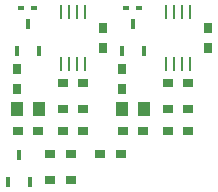
<source format=gtp>
G04 DipTrace 2.4.0.1*
%INfanexpansion.frontpaste.gtp*%
%MOIN*%
%ADD39R,0.0079X0.0472*%
%ADD41R,0.0433X0.0512*%
%ADD47R,0.0177X0.0335*%
%ADD55R,0.0236X0.0157*%
%ADD57R,0.0315X0.0354*%
%ADD59R,0.0354X0.0315*%
%FSLAX44Y44*%
G04*
G70*
G90*
G75*
G01*
%LNTopPaste*%
%LPD*%
D59*
X7352Y8812D3*
X8022D3*
Y7937D3*
X7352D3*
X7606Y5562D3*
X6937D3*
D57*
X8687Y10647D3*
Y9977D3*
D59*
X6522Y7187D3*
X5852D3*
X10852Y8812D3*
X11522D3*
Y7937D3*
X10852D3*
D57*
X12187Y10647D3*
Y9977D3*
D55*
X5970Y11312D3*
X6404D3*
X9470D3*
X9904D3*
D47*
X5813Y9859D3*
X6561D3*
X6187Y10765D3*
X9313Y9859D3*
X10061D3*
X9687Y10765D3*
X5516Y5485D3*
X6264D3*
X5890Y6391D3*
D59*
X8602Y6437D3*
X9272D3*
X6937D3*
X7606D3*
D41*
X5813Y7937D3*
X6561D3*
D57*
X5812Y8602D3*
Y9272D3*
D59*
X7352Y7187D3*
X8022D3*
X9352D3*
X10022D3*
X10852D3*
X11522D3*
D41*
X9313Y7937D3*
X10061D3*
D57*
X9312Y8602D3*
Y9272D3*
D39*
X7303Y9446D3*
X7559D3*
X7815D3*
X8071D3*
Y11178D3*
X7815D3*
X7559D3*
X7303D3*
X10803Y9446D3*
X11059D3*
X11315D3*
X11571D3*
Y11178D3*
X11315D3*
X11059D3*
X10803D3*
M02*

</source>
